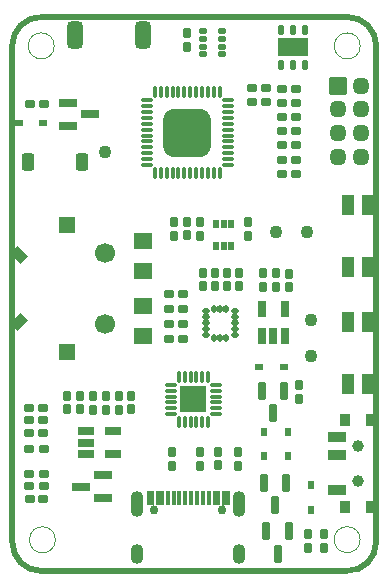
<source format=gbr>
%TF.GenerationSoftware,KiCad,Pcbnew,(6.0.0-rc1-323-gb9e66d8b98)*%
%TF.CreationDate,2021-12-20T00:28:19+08:00*%
%TF.ProjectId,XSense,5853656e-7365-42e6-9b69-6361645f7063,rev?*%
%TF.SameCoordinates,PXb340ac0PY76b1be0*%
%TF.FileFunction,Soldermask,Top*%
%TF.FilePolarity,Negative*%
%FSLAX46Y46*%
G04 Gerber Fmt 4.6, Leading zero omitted, Abs format (unit mm)*
G04 Created by KiCad (PCBNEW (6.0.0-rc1-323-gb9e66d8b98)) date 2021-12-20 00:28:19*
%MOMM*%
%LPD*%
G01*
G04 APERTURE LIST*
G04 Aperture macros list*
%AMRoundRect*
0 Rectangle with rounded corners*
0 $1 Rounding radius*
0 $2 $3 $4 $5 $6 $7 $8 $9 X,Y pos of 4 corners*
0 Add a 4 corners polygon primitive as box body*
4,1,4,$2,$3,$4,$5,$6,$7,$8,$9,$2,$3,0*
0 Add four circle primitives for the rounded corners*
1,1,$1+$1,$2,$3*
1,1,$1+$1,$4,$5*
1,1,$1+$1,$6,$7*
1,1,$1+$1,$8,$9*
0 Add four rect primitives between the rounded corners*
20,1,$1+$1,$2,$3,$4,$5,0*
20,1,$1+$1,$4,$5,$6,$7,0*
20,1,$1+$1,$6,$7,$8,$9,0*
20,1,$1+$1,$8,$9,$2,$3,0*%
G04 Aperture macros list end*
%TA.AperFunction,Profile*%
%ADD10C,0.500000*%
%TD*%
%TA.AperFunction,Profile*%
%ADD11C,0.100000*%
%TD*%
%ADD12RoundRect,0.200000X-0.512500X-0.150000X0.512500X-0.150000X0.512500X0.150000X-0.512500X0.150000X0*%
%ADD13RoundRect,0.200000X0.587500X0.150000X-0.587500X0.150000X-0.587500X-0.150000X0.587500X-0.150000X0*%
%ADD14RoundRect,0.205000X0.212500X0.155000X-0.212500X0.155000X-0.212500X-0.155000X0.212500X-0.155000X0*%
%ADD15RoundRect,0.050000X-0.675000X-0.675000X0.675000X-0.675000X0.675000X0.675000X-0.675000X0.675000X0*%
%ADD16O,1.450000X1.450000*%
%ADD17RoundRect,0.205000X0.155000X-0.212500X0.155000X0.212500X-0.155000X0.212500X-0.155000X-0.212500X0*%
%ADD18RoundRect,0.210000X-0.160000X0.197500X-0.160000X-0.197500X0.160000X-0.197500X0.160000X0.197500X0*%
%ADD19RoundRect,0.050000X-0.300000X-0.225000X0.300000X-0.225000X0.300000X0.225000X-0.300000X0.225000X0*%
%ADD20RoundRect,0.210000X-0.197500X-0.160000X0.197500X-0.160000X0.197500X0.160000X-0.197500X0.160000X0*%
%ADD21C,1.100000*%
%ADD22RoundRect,0.050000X0.500000X-0.775000X0.500000X0.775000X-0.500000X0.775000X-0.500000X-0.775000X0*%
%ADD23RoundRect,0.205000X-0.212500X-0.155000X0.212500X-0.155000X0.212500X0.155000X-0.212500X0.155000X0*%
%ADD24RoundRect,0.210000X0.197500X0.160000X-0.197500X0.160000X-0.197500X-0.160000X0.197500X-0.160000X0*%
%ADD25RoundRect,0.200000X-0.150000X0.587500X-0.150000X-0.587500X0.150000X-0.587500X0.150000X0.587500X0*%
%ADD26RoundRect,0.210000X0.160000X-0.197500X0.160000X0.197500X-0.160000X0.197500X-0.160000X-0.197500X0*%
%ADD27C,1.700000*%
%ADD28RoundRect,0.050000X0.650000X-0.600000X0.650000X0.600000X-0.650000X0.600000X-0.650000X-0.600000X0*%
%ADD29RoundRect,0.050000X0.724784X0.123744X0.123744X0.724784X-0.724784X-0.123744X-0.123744X-0.724784X0*%
%ADD30RoundRect,0.050000X-0.123744X0.724784X-0.724784X0.123744X0.123744X-0.724784X0.724784X-0.123744X0*%
%ADD31RoundRect,0.050000X0.700000X-0.650000X0.700000X0.650000X-0.700000X0.650000X-0.700000X-0.650000X0*%
%ADD32RoundRect,0.112500X0.062500X-0.375000X0.062500X0.375000X-0.062500X0.375000X-0.062500X-0.375000X0*%
%ADD33RoundRect,0.112500X0.375000X-0.062500X0.375000X0.062500X-0.375000X0.062500X-0.375000X-0.062500X0*%
%ADD34RoundRect,0.050000X1.075000X-1.075000X1.075000X1.075000X-1.075000X1.075000X-1.075000X-1.075000X0*%
%ADD35RoundRect,0.050000X0.200000X-0.325000X0.200000X0.325000X-0.200000X0.325000X-0.200000X-0.325000X0*%
%ADD36RoundRect,0.205000X-0.155000X0.212500X-0.155000X-0.212500X0.155000X-0.212500X0.155000X0.212500X0*%
%ADD37RoundRect,0.137500X-0.187500X-0.087500X0.187500X-0.087500X0.187500X0.087500X-0.187500X0.087500X0*%
%ADD38RoundRect,0.137500X-0.087500X-0.187500X0.087500X-0.187500X0.087500X0.187500X-0.087500X0.187500X0*%
%ADD39C,0.750000*%
%ADD40RoundRect,0.050000X-0.150000X-0.575000X0.150000X-0.575000X0.150000X0.575000X-0.150000X0.575000X0*%
%ADD41O,1.100000X2.200000*%
%ADD42O,1.100000X1.700000*%
%ADD43RoundRect,0.050000X0.400000X-0.500000X0.400000X0.500000X-0.400000X0.500000X-0.400000X-0.500000X0*%
%ADD44C,1.000000*%
%ADD45RoundRect,0.050000X0.750000X-0.350000X0.750000X0.350000X-0.750000X0.350000X-0.750000X-0.350000X0*%
%ADD46RoundRect,0.050000X-0.225000X0.300000X-0.225000X-0.300000X0.225000X-0.300000X0.225000X0.300000X0*%
%ADD47RoundRect,0.300000X0.350000X0.850000X-0.350000X0.850000X-0.350000X-0.850000X0.350000X-0.850000X0*%
%ADD48RoundRect,0.300000X-0.250000X-0.450000X0.250000X-0.450000X0.250000X0.450000X-0.250000X0.450000X0*%
%ADD49RoundRect,0.050000X-0.250000X-0.175000X0.250000X-0.175000X0.250000X0.175000X-0.250000X0.175000X0*%
%ADD50RoundRect,0.200000X0.150000X-0.512500X0.150000X0.512500X-0.150000X0.512500X-0.150000X-0.512500X0*%
%ADD51RoundRect,0.200000X-0.587500X-0.150000X0.587500X-0.150000X0.587500X0.150000X-0.587500X0.150000X0*%
%ADD52RoundRect,0.150000X-0.100000X0.300000X-0.100000X-0.300000X0.100000X-0.300000X0.100000X0.300000X0*%
%ADD53RoundRect,0.050000X-1.200000X0.750000X-1.200000X-0.750000X1.200000X-0.750000X1.200000X0.750000X0*%
%ADD54RoundRect,0.050000X0.225000X-0.300000X0.225000X0.300000X-0.225000X0.300000X-0.225000X-0.300000X0*%
%ADD55RoundRect,0.112500X-0.375000X-0.062500X0.375000X-0.062500X0.375000X0.062500X-0.375000X0.062500X0*%
%ADD56RoundRect,0.112500X-0.062500X-0.375000X0.062500X-0.375000X0.062500X0.375000X-0.062500X0.375000X0*%
%ADD57RoundRect,1.050000X-1.000000X-1.000000X1.000000X-1.000000X1.000000X1.000000X-1.000000X1.000000X0*%
G04 APERTURE END LIST*
D10*
X582946Y2477666D02*
G75*
G03*
X3040002Y4722I2457054J-15839D01*
G01*
X3054640Y46925855D02*
X28951133Y46920051D01*
X31408189Y44447107D02*
X31397105Y2460002D01*
D11*
X4236974Y2650000D02*
G75*
G03*
X4236974Y2650000I-1100000J0D01*
G01*
D10*
X28924161Y2946D02*
G75*
G03*
X31397105Y2460002I15839J2457054D01*
G01*
X3054640Y46925855D02*
G75*
G03*
X581696Y44468799I-15842J-2457051D01*
G01*
D11*
X30051135Y44462946D02*
G75*
G03*
X30051135Y44462946I-1100000J0D01*
G01*
X30040000Y2662946D02*
G75*
G03*
X30040000Y2662946I-1100000J0D01*
G01*
X4138798Y44468804D02*
G75*
G03*
X4138798Y44468804I-1100000J0D01*
G01*
D10*
X582946Y2490000D02*
X581696Y44468799D01*
X31408189Y44447107D02*
G75*
G03*
X28951133Y46920051I-2457054J15839D01*
G01*
X28924161Y2946D02*
X3030000Y4722D01*
X582946Y2477666D02*
G75*
G03*
X3040002Y4722I2457054J-15839D01*
G01*
X3054640Y46925855D02*
X28951133Y46920051D01*
X31408189Y44447107D02*
X31397105Y2460002D01*
D11*
X4236974Y2650000D02*
G75*
G03*
X4236974Y2650000I-1100000J0D01*
G01*
D10*
X28924161Y2946D02*
G75*
G03*
X31397105Y2460002I15839J2457054D01*
G01*
X3054640Y46925855D02*
G75*
G03*
X581696Y44468799I-15842J-2457051D01*
G01*
D11*
X30051135Y44462946D02*
G75*
G03*
X30051135Y44462946I-1100000J0D01*
G01*
X30040000Y2662946D02*
G75*
G03*
X30040000Y2662946I-1100000J0D01*
G01*
X4138798Y44468804D02*
G75*
G03*
X4138798Y44468804I-1100000J0D01*
G01*
D10*
X582946Y2490000D02*
X581696Y44468799D01*
X31408189Y44447107D02*
G75*
G03*
X28951133Y46920051I-2457054J15839D01*
G01*
X28924161Y2946D02*
X3030000Y4722D01*
D12*
%TO.C,U5*%
X6828215Y11817500D03*
X6828215Y10867500D03*
X6828215Y9917500D03*
X9103215Y9917500D03*
X9103215Y11817500D03*
%TD*%
D13*
%TO.C,Q6*%
X8277500Y6210000D03*
X8277500Y8110000D03*
X6402500Y7160000D03*
%TD*%
D14*
%TO.C,C1*%
X22037500Y40883750D03*
X20902500Y40883750D03*
%TD*%
D15*
%TO.C,J2*%
X28150000Y41080000D03*
D16*
X30150000Y41080000D03*
X28150000Y39080000D03*
X30150000Y39080000D03*
X28150000Y37080000D03*
X30150000Y37080000D03*
X28150000Y35080000D03*
X30150000Y35080000D03*
%TD*%
D17*
%TO.C,C16*%
X19740000Y8925000D03*
X19740000Y10060000D03*
%TD*%
D18*
%TO.C,R7*%
X24840000Y15757500D03*
X24840000Y14562500D03*
%TD*%
D19*
%TO.C,D2*%
X21490000Y17260000D03*
X23590000Y17260000D03*
%TD*%
%TO.C,D1*%
X1125500Y37912000D03*
X3225500Y37912000D03*
%TD*%
D20*
%TO.C,R22*%
X23415000Y38445000D03*
X24610000Y38445000D03*
%TD*%
D21*
%TO.C,TP3*%
X25840000Y18210000D03*
%TD*%
D17*
%TO.C,C2*%
X16714000Y24106000D03*
X16714000Y25241000D03*
%TD*%
D22*
%TO.C,SW4*%
X30720000Y25705000D03*
X30720000Y30955000D03*
X29020000Y25705000D03*
X29020000Y30955000D03*
%TD*%
D23*
%TO.C,C12*%
X2092500Y6135250D03*
X3227500Y6135250D03*
%TD*%
D24*
%TO.C,R20*%
X3237500Y10374750D03*
X2042500Y10374750D03*
%TD*%
D25*
%TO.C,Q3*%
X23790000Y7497500D03*
X21890000Y7497500D03*
X22840000Y5622500D03*
%TD*%
D26*
%TO.C,R8*%
X7420000Y13642500D03*
X7420000Y14837500D03*
%TD*%
D21*
%TO.C,TP4*%
X8470500Y35460000D03*
%TD*%
D26*
%TO.C,R10*%
X16486000Y8882500D03*
X16486000Y10077500D03*
%TD*%
D18*
%TO.C,R16*%
X20540000Y29557500D03*
X20540000Y28362500D03*
%TD*%
D27*
%TO.C,U8*%
X8450000Y20925000D03*
X8450000Y26925000D03*
D28*
X5250000Y18525000D03*
D29*
X1122000Y21097000D03*
D30*
X1122000Y26753000D03*
D28*
X5250000Y29325000D03*
D31*
X11650000Y19925000D03*
X11650000Y27925000D03*
X11650000Y25400000D03*
X11650000Y22450000D03*
%TD*%
D32*
%TO.C,U6*%
X14680000Y12592500D03*
X15180000Y12592500D03*
X15680000Y12592500D03*
X16180000Y12592500D03*
X16680000Y12592500D03*
X17180000Y12592500D03*
D33*
X17867500Y13280000D03*
X17867500Y13780000D03*
X17867500Y14280000D03*
X17867500Y14780000D03*
X17867500Y15280000D03*
X17867500Y15780000D03*
D32*
X17180000Y16467500D03*
X16680000Y16467500D03*
X16180000Y16467500D03*
X15680000Y16467500D03*
X15180000Y16467500D03*
X14680000Y16467500D03*
D33*
X13992500Y15780000D03*
X13992500Y15280000D03*
X13992500Y14780000D03*
X13992500Y14280000D03*
X13992500Y13780000D03*
X13992500Y13280000D03*
D34*
X15930000Y14530000D03*
%TD*%
D24*
%TO.C,R28*%
X15040000Y23437500D03*
X13845000Y23437500D03*
%TD*%
D35*
%TO.C,Q5*%
X17846500Y27510000D03*
X18496500Y27510000D03*
X19146500Y27510000D03*
X19146500Y29410000D03*
X18496500Y29410000D03*
X17846500Y29410000D03*
%TD*%
D17*
%TO.C,C15*%
X15382822Y44387500D03*
X15382822Y45522500D03*
%TD*%
D21*
%TO.C,TP2*%
X25510000Y28744000D03*
%TD*%
D20*
%TO.C,R3*%
X13845000Y20924168D03*
X15040000Y20924168D03*
%TD*%
D36*
%TO.C,C14*%
X10660000Y14830000D03*
X10660000Y13695000D03*
%TD*%
D24*
%TO.C,R1*%
X3270500Y39560000D03*
X2075500Y39560000D03*
%TD*%
D26*
%TO.C,R11*%
X26940000Y1962500D03*
X26940000Y3157500D03*
%TD*%
D25*
%TO.C,Q4*%
X24000000Y3359500D03*
X22100000Y3359500D03*
X23050000Y1484500D03*
%TD*%
D37*
%TO.C,U2*%
X16975000Y21997500D03*
X16975000Y21497500D03*
X16975000Y20997500D03*
X16975000Y20497500D03*
X16975000Y19997500D03*
D38*
X17700000Y19772500D03*
X18200000Y19772500D03*
X18700000Y19772500D03*
D37*
X19425000Y19997500D03*
X19425000Y20497500D03*
X19425000Y20997500D03*
X19425000Y21497500D03*
X19425000Y21997500D03*
D38*
X18700000Y22222500D03*
X18200000Y22222500D03*
X17700000Y22222500D03*
%TD*%
D14*
%TO.C,C11*%
X3175000Y13840857D03*
X2040000Y13840857D03*
%TD*%
D24*
%TO.C,R14*%
X3225000Y11669143D03*
X2030000Y11669143D03*
%TD*%
D36*
%TO.C,D4*%
X6329143Y14827500D03*
X6329143Y13692500D03*
%TD*%
D39*
%TO.C,U3*%
X12604000Y5145000D03*
X18384000Y5145000D03*
D40*
X12144000Y6210000D03*
X12944000Y6210000D03*
X14244000Y6210000D03*
X15244000Y6210000D03*
X15744000Y6210000D03*
X16744000Y6210000D03*
X18044000Y6210000D03*
X18844000Y6210000D03*
X18544000Y6210000D03*
X17744000Y6210000D03*
X17244000Y6210000D03*
X16244000Y6210000D03*
X14744000Y6210000D03*
X13744000Y6210000D03*
X13244000Y6210000D03*
X12444000Y6210000D03*
D41*
X19814000Y5645000D03*
X11174000Y5645000D03*
D42*
X19814000Y1465000D03*
X11174000Y1465000D03*
%TD*%
D43*
%TO.C,SW1*%
X28745000Y5460000D03*
X28745000Y12760000D03*
D44*
X29855000Y7610000D03*
D43*
X30955000Y12760000D03*
X30955000Y5460000D03*
D44*
X29855000Y10610000D03*
D45*
X28095000Y6860000D03*
X28095000Y9860000D03*
X28095000Y11360000D03*
%TD*%
D17*
%TO.C,C13*%
X17980000Y8962500D03*
X17980000Y10097500D03*
%TD*%
D24*
%TO.C,R27*%
X15040000Y19667500D03*
X13845000Y19667500D03*
%TD*%
D20*
%TO.C,R25*%
X23415000Y39648750D03*
X24610000Y39648750D03*
%TD*%
D46*
%TO.C,D5*%
X25840000Y7310000D03*
X25840000Y5210000D03*
%TD*%
D20*
%TO.C,R19*%
X2042500Y8260000D03*
X3237500Y8260000D03*
%TD*%
D47*
%TO.C,AE1*%
X11640000Y45360000D03*
X5940000Y45360000D03*
%TD*%
D48*
%TO.C,BZ1*%
X1901500Y34624000D03*
X6501500Y34624000D03*
%TD*%
D18*
%TO.C,R6*%
X9621715Y14837500D03*
X9621715Y13642500D03*
%TD*%
%TO.C,R9*%
X8520857Y14837500D03*
X8520857Y13642500D03*
%TD*%
D17*
%TO.C,C4*%
X18746000Y24106000D03*
X18746000Y25241000D03*
%TD*%
D24*
%TO.C,R4*%
X22087500Y39690000D03*
X20892500Y39690000D03*
%TD*%
D22*
%TO.C,SW5*%
X30720000Y15825000D03*
X30720000Y21075000D03*
X29020000Y15825000D03*
X29020000Y21075000D03*
%TD*%
D17*
%TO.C,C3*%
X17730000Y24106000D03*
X17730000Y25241000D03*
%TD*%
D49*
%TO.C,U9*%
X18372822Y45710000D03*
X18372822Y45060000D03*
X18372822Y44410000D03*
X18372822Y43760000D03*
X16772822Y43760000D03*
X16772822Y44410000D03*
X16772822Y45060000D03*
X16772822Y45710000D03*
%TD*%
D17*
%TO.C,C8*%
X24040000Y24042500D03*
X24040000Y25177500D03*
%TD*%
D21*
%TO.C,TP5*%
X25840000Y21260000D03*
%TD*%
D50*
%TO.C,U4*%
X21740000Y19917500D03*
X22690000Y19917500D03*
X23640000Y19917500D03*
X23640000Y22192500D03*
X21740000Y22192500D03*
%TD*%
D20*
%TO.C,R15*%
X2042500Y7192625D03*
X3237500Y7192625D03*
%TD*%
%TO.C,R21*%
X23415000Y36037500D03*
X24610000Y36037500D03*
%TD*%
D51*
%TO.C,Q1*%
X5304000Y39624000D03*
X5304000Y37724000D03*
X7179000Y38674000D03*
%TD*%
D36*
%TO.C,C6*%
X15349500Y29547500D03*
X15349500Y28412500D03*
%TD*%
D17*
%TO.C,C5*%
X19762000Y24106000D03*
X19762000Y25241000D03*
%TD*%
D52*
%TO.C,U10*%
X25340000Y45785000D03*
X24340000Y45785000D03*
X23340000Y45785000D03*
X23340000Y42885000D03*
X24340000Y42885000D03*
X25340000Y42885000D03*
D53*
X24340000Y44335000D03*
%TD*%
D17*
%TO.C,C9*%
X21840000Y24092500D03*
X21840000Y25227500D03*
%TD*%
D24*
%TO.C,R2*%
X15040000Y22180834D03*
X13845000Y22180834D03*
%TD*%
D20*
%TO.C,R24*%
X23415000Y40852500D03*
X24610000Y40852500D03*
%TD*%
D26*
%TO.C,R5*%
X14246000Y28362500D03*
X14246000Y29557500D03*
%TD*%
D18*
%TO.C,R17*%
X16453000Y29557500D03*
X16453000Y28362500D03*
%TD*%
%TO.C,R12*%
X25640000Y3157500D03*
X25640000Y1962500D03*
%TD*%
D21*
%TO.C,TP1*%
X22950000Y28744000D03*
%TD*%
D26*
%TO.C,R26*%
X22940000Y24032500D03*
X22940000Y25227500D03*
%TD*%
D54*
%TO.C,D6*%
X23940000Y9710000D03*
X23940000Y11810000D03*
%TD*%
D26*
%TO.C,R13*%
X14100000Y8922500D03*
X14100000Y10117500D03*
%TD*%
D20*
%TO.C,R29*%
X23415000Y34833750D03*
X24610000Y34833750D03*
%TD*%
D14*
%TO.C,C10*%
X3175000Y12760000D03*
X2040000Y12760000D03*
%TD*%
D55*
%TO.C,U1*%
X11967500Y39875000D03*
X11967500Y39375000D03*
X11967500Y38875000D03*
X11967500Y38375000D03*
X11967500Y37875000D03*
X11967500Y37375000D03*
X11967500Y36875000D03*
X11967500Y36375000D03*
X11967500Y35875000D03*
X11967500Y35375000D03*
X11967500Y34875000D03*
X11967500Y34375000D03*
D56*
X12655000Y33687500D03*
X13155000Y33687500D03*
X13655000Y33687500D03*
X14155000Y33687500D03*
X14655000Y33687500D03*
X15155000Y33687500D03*
X15655000Y33687500D03*
X16155000Y33687500D03*
X16655000Y33687500D03*
X17155000Y33687500D03*
X17655000Y33687500D03*
X18155000Y33687500D03*
D55*
X18842500Y34375000D03*
X18842500Y34875000D03*
X18842500Y35375000D03*
X18842500Y35875000D03*
X18842500Y36375000D03*
X18842500Y36875000D03*
X18842500Y37375000D03*
X18842500Y37875000D03*
X18842500Y38375000D03*
X18842500Y38875000D03*
X18842500Y39375000D03*
X18842500Y39875000D03*
D56*
X18155000Y40562500D03*
X17655000Y40562500D03*
X17155000Y40562500D03*
X16655000Y40562500D03*
X16155000Y40562500D03*
X15655000Y40562500D03*
X15155000Y40562500D03*
X14655000Y40562500D03*
X14155000Y40562500D03*
X13655000Y40562500D03*
X13155000Y40562500D03*
X12655000Y40562500D03*
D57*
X15405000Y37125000D03*
%TD*%
D25*
%TO.C,Q2*%
X23590000Y15260000D03*
X21690000Y15260000D03*
X22640000Y13385000D03*
%TD*%
D20*
%TO.C,R30*%
X23415000Y33630000D03*
X24610000Y33630000D03*
%TD*%
D54*
%TO.C,D3*%
X21940000Y9710000D03*
X21940000Y11810000D03*
%TD*%
D20*
%TO.C,R23*%
X23415000Y37241250D03*
X24610000Y37241250D03*
%TD*%
D36*
%TO.C,C7*%
X5248286Y14827500D03*
X5248286Y13692500D03*
%TD*%
G36*
X12629264Y5598382D02*
G01*
X12628931Y5597140D01*
X12625793Y5592443D01*
X12626489Y5591031D01*
X12626156Y5590051D01*
X12613069Y5570463D01*
X12620208Y5534577D01*
X12651947Y5514261D01*
X12652867Y5512485D01*
X12651789Y5510801D01*
X12650556Y5510602D01*
X12604000Y5517975D01*
X12488746Y5499721D01*
X12469456Y5489892D01*
X12467459Y5489997D01*
X12466551Y5491779D01*
X12467027Y5492973D01*
X12490299Y5520221D01*
X12487426Y5556718D01*
X12459385Y5580667D01*
X12444499Y5583025D01*
X12442945Y5584283D01*
X12443258Y5586259D01*
X12444812Y5587000D01*
X12593801Y5587000D01*
X12612354Y5590691D01*
X12626157Y5599914D01*
X12628152Y5600045D01*
X12629264Y5598382D01*
G37*
G36*
X18361843Y5599913D02*
G01*
X18375645Y5590691D01*
X18394199Y5587000D01*
X18543194Y5587000D01*
X18544926Y5586000D01*
X18544926Y5584000D01*
X18543959Y5583152D01*
X18509370Y5568824D01*
X18495360Y5535001D01*
X18509472Y5500933D01*
X18518488Y5494382D01*
X18519301Y5492555D01*
X18518125Y5490937D01*
X18516404Y5490982D01*
X18499254Y5499721D01*
X18384000Y5517975D01*
X18337522Y5510614D01*
X18335655Y5511330D01*
X18335342Y5513306D01*
X18336164Y5514294D01*
X18366714Y5533015D01*
X18375255Y5568594D01*
X18361596Y5589932D01*
X18361504Y5591930D01*
X18362103Y5592599D01*
X18359069Y5597139D01*
X18358938Y5599135D01*
X18360601Y5600246D01*
X18361843Y5599913D01*
G37*
G36*
X17911625Y20020296D02*
G01*
X17940667Y20000891D01*
X17976794Y20008077D01*
X17986677Y20017960D01*
X17988609Y20018478D01*
X17990023Y20017064D01*
X17989754Y20015435D01*
X17987352Y20011840D01*
X17977000Y19959801D01*
X17977000Y19585199D01*
X17987352Y19533161D01*
X17991149Y19527478D01*
X17991280Y19525483D01*
X17989617Y19524371D01*
X17988375Y19524704D01*
X17959333Y19544109D01*
X17923206Y19536923D01*
X17913323Y19527040D01*
X17911391Y19526522D01*
X17909977Y19527936D01*
X17910246Y19529565D01*
X17912648Y19533160D01*
X17923000Y19585199D01*
X17923000Y19959801D01*
X17912648Y20011839D01*
X17908851Y20017522D01*
X17908720Y20019517D01*
X17910383Y20020629D01*
X17911625Y20020296D01*
G37*
G36*
X18411625Y20020296D02*
G01*
X18440667Y20000891D01*
X18476794Y20008077D01*
X18486677Y20017960D01*
X18488609Y20018478D01*
X18490023Y20017064D01*
X18489754Y20015435D01*
X18487352Y20011840D01*
X18477000Y19959801D01*
X18477000Y19585199D01*
X18487352Y19533161D01*
X18491149Y19527478D01*
X18491280Y19525483D01*
X18489617Y19524371D01*
X18488375Y19524704D01*
X18459333Y19544109D01*
X18423206Y19536923D01*
X18413323Y19527040D01*
X18411391Y19526522D01*
X18409977Y19527936D01*
X18410246Y19529565D01*
X18412648Y19533160D01*
X18423000Y19585199D01*
X18423000Y19959801D01*
X18412648Y20011839D01*
X18408851Y20017522D01*
X18408720Y20019517D01*
X18410383Y20020629D01*
X18411625Y20020296D01*
G37*
G36*
X17223129Y20287117D02*
G01*
X17222796Y20285875D01*
X17203391Y20256833D01*
X17210577Y20220706D01*
X17220460Y20210823D01*
X17220978Y20208891D01*
X17219564Y20207477D01*
X17217935Y20207746D01*
X17214340Y20210148D01*
X17162301Y20220500D01*
X16787699Y20220500D01*
X16735661Y20210148D01*
X16729978Y20206351D01*
X16727983Y20206220D01*
X16726871Y20207883D01*
X16727204Y20209125D01*
X16746609Y20238167D01*
X16739423Y20274294D01*
X16729540Y20284177D01*
X16729022Y20286109D01*
X16730436Y20287523D01*
X16732065Y20287254D01*
X16735660Y20284852D01*
X16787699Y20274500D01*
X17162301Y20274500D01*
X17214339Y20284852D01*
X17220022Y20288649D01*
X17222017Y20288780D01*
X17223129Y20287117D01*
G37*
G36*
X19673129Y20287117D02*
G01*
X19672796Y20285875D01*
X19653391Y20256833D01*
X19660577Y20220706D01*
X19670460Y20210823D01*
X19670978Y20208891D01*
X19669564Y20207477D01*
X19667935Y20207746D01*
X19664340Y20210148D01*
X19612301Y20220500D01*
X19237699Y20220500D01*
X19185661Y20210148D01*
X19179978Y20206351D01*
X19177983Y20206220D01*
X19176871Y20207883D01*
X19177204Y20209125D01*
X19196609Y20238167D01*
X19189423Y20274294D01*
X19179540Y20284177D01*
X19179022Y20286109D01*
X19180436Y20287523D01*
X19182065Y20287254D01*
X19185660Y20284852D01*
X19237699Y20274500D01*
X19612301Y20274500D01*
X19664339Y20284852D01*
X19670022Y20288649D01*
X19672017Y20288780D01*
X19673129Y20287117D01*
G37*
G36*
X17223129Y20787117D02*
G01*
X17222796Y20785875D01*
X17203391Y20756833D01*
X17210577Y20720706D01*
X17220460Y20710823D01*
X17220978Y20708891D01*
X17219564Y20707477D01*
X17217935Y20707746D01*
X17214340Y20710148D01*
X17162301Y20720500D01*
X16787699Y20720500D01*
X16735661Y20710148D01*
X16729978Y20706351D01*
X16727983Y20706220D01*
X16726871Y20707883D01*
X16727204Y20709125D01*
X16746609Y20738167D01*
X16739423Y20774294D01*
X16729540Y20784177D01*
X16729022Y20786109D01*
X16730436Y20787523D01*
X16732065Y20787254D01*
X16735660Y20784852D01*
X16787699Y20774500D01*
X17162301Y20774500D01*
X17214339Y20784852D01*
X17220022Y20788649D01*
X17222017Y20788780D01*
X17223129Y20787117D01*
G37*
G36*
X19673129Y20787117D02*
G01*
X19672796Y20785875D01*
X19653391Y20756833D01*
X19660577Y20720706D01*
X19670460Y20710823D01*
X19670978Y20708891D01*
X19669564Y20707477D01*
X19667935Y20707746D01*
X19664340Y20710148D01*
X19612301Y20720500D01*
X19237699Y20720500D01*
X19185661Y20710148D01*
X19179978Y20706351D01*
X19177983Y20706220D01*
X19176871Y20707883D01*
X19177204Y20709125D01*
X19196609Y20738167D01*
X19189423Y20774294D01*
X19179540Y20784177D01*
X19179022Y20786109D01*
X19180436Y20787523D01*
X19182065Y20787254D01*
X19185660Y20784852D01*
X19237699Y20774500D01*
X19612301Y20774500D01*
X19664339Y20784852D01*
X19670022Y20788649D01*
X19672017Y20788780D01*
X19673129Y20787117D01*
G37*
G36*
X19673129Y21287117D02*
G01*
X19672796Y21285875D01*
X19653391Y21256833D01*
X19660577Y21220706D01*
X19670460Y21210823D01*
X19670978Y21208891D01*
X19669564Y21207477D01*
X19667935Y21207746D01*
X19664340Y21210148D01*
X19612301Y21220500D01*
X19237699Y21220500D01*
X19185661Y21210148D01*
X19179978Y21206351D01*
X19177983Y21206220D01*
X19176871Y21207883D01*
X19177204Y21209125D01*
X19196609Y21238167D01*
X19189423Y21274294D01*
X19179540Y21284177D01*
X19179022Y21286109D01*
X19180436Y21287523D01*
X19182065Y21287254D01*
X19185660Y21284852D01*
X19237699Y21274500D01*
X19612301Y21274500D01*
X19664339Y21284852D01*
X19670022Y21288649D01*
X19672017Y21288780D01*
X19673129Y21287117D01*
G37*
G36*
X17223129Y21287117D02*
G01*
X17222796Y21285875D01*
X17203391Y21256833D01*
X17210577Y21220706D01*
X17220460Y21210823D01*
X17220978Y21208891D01*
X17219564Y21207477D01*
X17217935Y21207746D01*
X17214340Y21210148D01*
X17162301Y21220500D01*
X16787699Y21220500D01*
X16735661Y21210148D01*
X16729978Y21206351D01*
X16727983Y21206220D01*
X16726871Y21207883D01*
X16727204Y21209125D01*
X16746609Y21238167D01*
X16739423Y21274294D01*
X16729540Y21284177D01*
X16729022Y21286109D01*
X16730436Y21287523D01*
X16732065Y21287254D01*
X16735660Y21284852D01*
X16787699Y21274500D01*
X17162301Y21274500D01*
X17214339Y21284852D01*
X17220022Y21288649D01*
X17222017Y21288780D01*
X17223129Y21287117D01*
G37*
G36*
X19673129Y21787117D02*
G01*
X19672796Y21785875D01*
X19653391Y21756833D01*
X19660577Y21720706D01*
X19670460Y21710823D01*
X19670978Y21708891D01*
X19669564Y21707477D01*
X19667935Y21707746D01*
X19664340Y21710148D01*
X19612301Y21720500D01*
X19237699Y21720500D01*
X19185661Y21710148D01*
X19179978Y21706351D01*
X19177983Y21706220D01*
X19176871Y21707883D01*
X19177204Y21709125D01*
X19196609Y21738167D01*
X19189423Y21774294D01*
X19179540Y21784177D01*
X19179022Y21786109D01*
X19180436Y21787523D01*
X19182065Y21787254D01*
X19185660Y21784852D01*
X19237699Y21774500D01*
X19612301Y21774500D01*
X19664339Y21784852D01*
X19670022Y21788649D01*
X19672017Y21788780D01*
X19673129Y21787117D01*
G37*
G36*
X17223129Y21787117D02*
G01*
X17222796Y21785875D01*
X17203391Y21756833D01*
X17210577Y21720706D01*
X17220460Y21710823D01*
X17220978Y21708891D01*
X17219564Y21707477D01*
X17217935Y21707746D01*
X17214340Y21710148D01*
X17162301Y21720500D01*
X16787699Y21720500D01*
X16735661Y21710148D01*
X16729978Y21706351D01*
X16727983Y21706220D01*
X16726871Y21707883D01*
X16727204Y21709125D01*
X16746609Y21738167D01*
X16739423Y21774294D01*
X16729540Y21784177D01*
X16729022Y21786109D01*
X16730436Y21787523D01*
X16732065Y21787254D01*
X16735660Y21784852D01*
X16787699Y21774500D01*
X17162301Y21774500D01*
X17214339Y21784852D01*
X17220022Y21788649D01*
X17222017Y21788780D01*
X17223129Y21787117D01*
G37*
G36*
X18411625Y22470296D02*
G01*
X18440667Y22450891D01*
X18476794Y22458077D01*
X18486677Y22467960D01*
X18488609Y22468478D01*
X18490023Y22467064D01*
X18489754Y22465435D01*
X18487352Y22461840D01*
X18477000Y22409801D01*
X18477000Y22035199D01*
X18487352Y21983161D01*
X18491149Y21977478D01*
X18491280Y21975483D01*
X18489617Y21974371D01*
X18488375Y21974704D01*
X18459333Y21994109D01*
X18423206Y21986923D01*
X18413323Y21977040D01*
X18411391Y21976522D01*
X18409977Y21977936D01*
X18410246Y21979565D01*
X18412648Y21983160D01*
X18423000Y22035199D01*
X18423000Y22409801D01*
X18412648Y22461839D01*
X18408851Y22467522D01*
X18408720Y22469517D01*
X18410383Y22470629D01*
X18411625Y22470296D01*
G37*
G36*
X17911625Y22470296D02*
G01*
X17940667Y22450891D01*
X17976794Y22458077D01*
X17986677Y22467960D01*
X17988609Y22468478D01*
X17990023Y22467064D01*
X17989754Y22465435D01*
X17987352Y22461840D01*
X17977000Y22409801D01*
X17977000Y22035199D01*
X17987352Y21983161D01*
X17991149Y21977478D01*
X17991280Y21975483D01*
X17989617Y21974371D01*
X17988375Y21974704D01*
X17959333Y21994109D01*
X17923206Y21986923D01*
X17913323Y21977040D01*
X17911391Y21976522D01*
X17909977Y21977936D01*
X17910246Y21979565D01*
X17912648Y21983160D01*
X17923000Y22035199D01*
X17923000Y22409801D01*
X17912648Y22461839D01*
X17908851Y22467522D01*
X17908720Y22469517D01*
X17910383Y22470629D01*
X17911625Y22470296D01*
G37*
M02*

</source>
